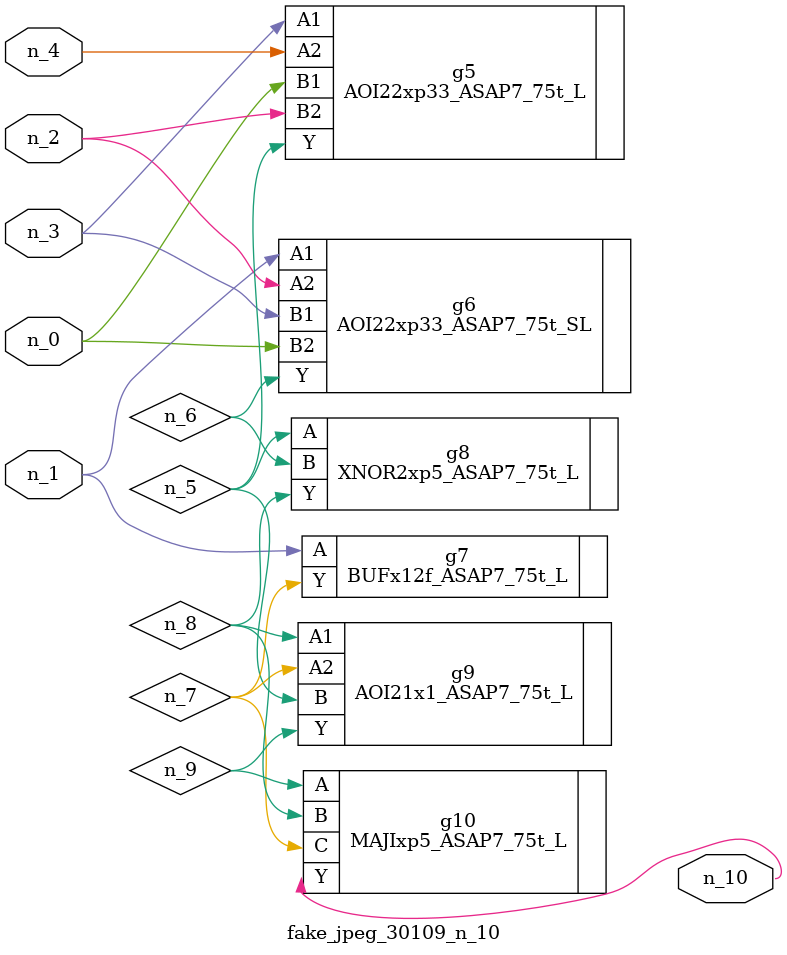
<source format=v>
module fake_jpeg_30109_n_10 (n_3, n_2, n_1, n_0, n_4, n_10);

input n_3;
input n_2;
input n_1;
input n_0;
input n_4;

output n_10;

wire n_8;
wire n_9;
wire n_6;
wire n_5;
wire n_7;

AOI22xp33_ASAP7_75t_L g5 ( 
.A1(n_3),
.A2(n_4),
.B1(n_0),
.B2(n_2),
.Y(n_5)
);

AOI22xp33_ASAP7_75t_SL g6 ( 
.A1(n_1),
.A2(n_2),
.B1(n_3),
.B2(n_0),
.Y(n_6)
);

BUFx12f_ASAP7_75t_L g7 ( 
.A(n_1),
.Y(n_7)
);

XNOR2xp5_ASAP7_75t_L g8 ( 
.A(n_5),
.B(n_6),
.Y(n_8)
);

AOI21x1_ASAP7_75t_L g9 ( 
.A1(n_8),
.A2(n_7),
.B(n_5),
.Y(n_9)
);

MAJIxp5_ASAP7_75t_L g10 ( 
.A(n_9),
.B(n_8),
.C(n_7),
.Y(n_10)
);


endmodule
</source>
